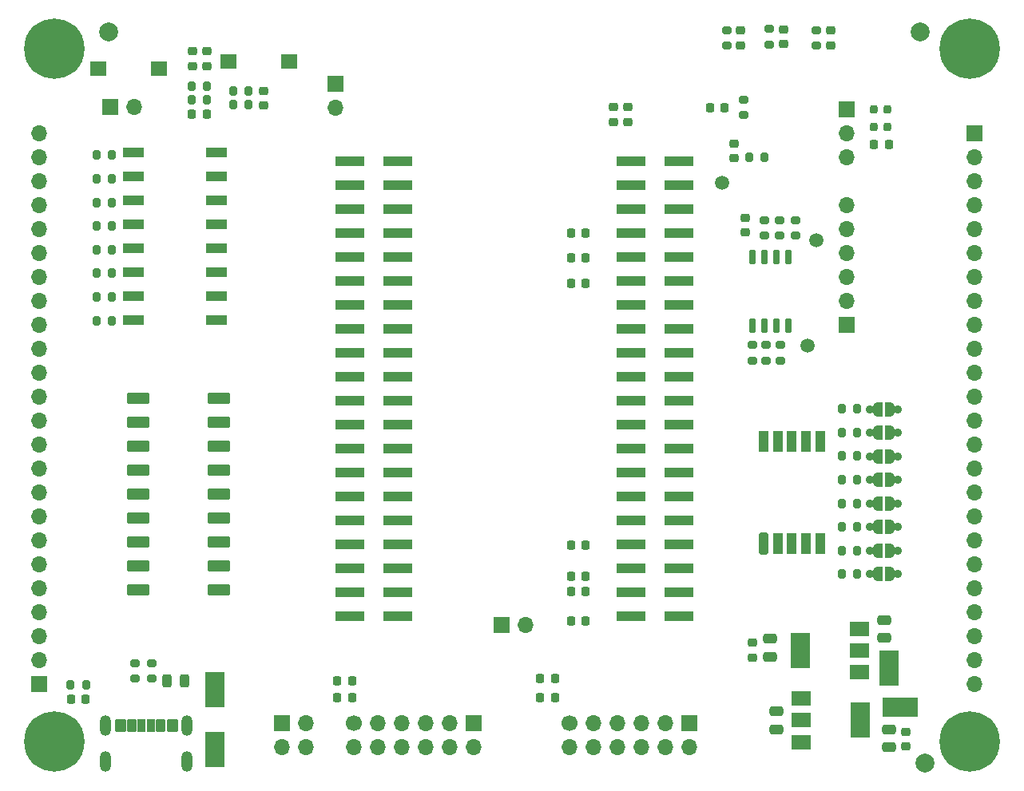
<source format=gbr>
G04 #@! TF.GenerationSoftware,KiCad,Pcbnew,7.0.9-7.0.9~ubuntu22.04.1*
G04 #@! TF.CreationDate,2023-12-06T12:24:42-05:00*
G04 #@! TF.ProjectId,mpw-mb1,6d70772d-6d62-4312-9e6b-696361645f70,2.2.5*
G04 #@! TF.SameCoordinates,PX35e1f20PY8044ea0*
G04 #@! TF.FileFunction,Soldermask,Top*
G04 #@! TF.FilePolarity,Negative*
%FSLAX46Y46*%
G04 Gerber Fmt 4.6, Leading zero omitted, Abs format (unit mm)*
G04 Created by KiCad (PCBNEW 7.0.9-7.0.9~ubuntu22.04.1) date 2023-12-06 12:24:42*
%MOMM*%
%LPD*%
G01*
G04 APERTURE LIST*
G04 Aperture macros list*
%AMRoundRect*
0 Rectangle with rounded corners*
0 $1 Rounding radius*
0 $2 $3 $4 $5 $6 $7 $8 $9 X,Y pos of 4 corners*
0 Add a 4 corners polygon primitive as box body*
4,1,4,$2,$3,$4,$5,$6,$7,$8,$9,$2,$3,0*
0 Add four circle primitives for the rounded corners*
1,1,$1+$1,$2,$3*
1,1,$1+$1,$4,$5*
1,1,$1+$1,$6,$7*
1,1,$1+$1,$8,$9*
0 Add four rect primitives between the rounded corners*
20,1,$1+$1,$2,$3,$4,$5,0*
20,1,$1+$1,$4,$5,$6,$7,0*
20,1,$1+$1,$6,$7,$8,$9,0*
20,1,$1+$1,$8,$9,$2,$3,0*%
%AMFreePoly0*
4,1,19,0.500000,-0.750000,0.000000,-0.750000,0.000000,-0.744911,-0.071157,-0.744911,-0.207708,-0.704816,-0.327430,-0.627875,-0.420627,-0.520320,-0.479746,-0.390866,-0.500000,-0.250000,-0.500000,0.250000,-0.479746,0.390866,-0.420627,0.520320,-0.327430,0.627875,-0.207708,0.704816,-0.071157,0.744911,0.000000,0.744911,0.000000,0.750000,0.500000,0.750000,0.500000,-0.750000,0.500000,-0.750000,
$1*%
%AMFreePoly1*
4,1,19,0.000000,0.744911,0.071157,0.744911,0.207708,0.704816,0.327430,0.627875,0.420627,0.520320,0.479746,0.390866,0.500000,0.250000,0.500000,-0.250000,0.479746,-0.390866,0.420627,-0.520320,0.327430,-0.627875,0.207708,-0.704816,0.071157,-0.744911,0.000000,-0.744911,0.000000,-0.750000,-0.500000,-0.750000,-0.500000,0.750000,0.000000,0.750000,0.000000,0.744911,0.000000,0.744911,
$1*%
G04 Aperture macros list end*
%ADD10R,2.200000X1.100000*%
%ADD11RoundRect,0.113000X1.107000X0.452000X-1.107000X0.452000X-1.107000X-0.452000X1.107000X-0.452000X0*%
%ADD12C,0.900000*%
%ADD13FreePoly0,180.000000*%
%ADD14FreePoly1,180.000000*%
%ADD15RoundRect,0.200000X-0.275000X0.200000X-0.275000X-0.200000X0.275000X-0.200000X0.275000X0.200000X0*%
%ADD16RoundRect,0.225000X0.250000X-0.225000X0.250000X0.225000X-0.250000X0.225000X-0.250000X-0.225000X0*%
%ADD17RoundRect,0.200000X0.275000X-0.200000X0.275000X0.200000X-0.275000X0.200000X-0.275000X-0.200000X0*%
%ADD18R,1.700000X1.700000*%
%ADD19O,1.700000X1.700000*%
%ADD20RoundRect,0.225000X-0.225000X-0.250000X0.225000X-0.250000X0.225000X0.250000X-0.225000X0.250000X0*%
%ADD21C,6.400000*%
%ADD22C,2.000000*%
%ADD23RoundRect,0.250000X0.475000X-0.250000X0.475000X0.250000X-0.475000X0.250000X-0.475000X-0.250000X0*%
%ADD24RoundRect,0.200000X-0.200000X-0.275000X0.200000X-0.275000X0.200000X0.275000X-0.200000X0.275000X0*%
%ADD25RoundRect,0.250000X-0.475000X0.250000X-0.475000X-0.250000X0.475000X-0.250000X0.475000X0.250000X0*%
%ADD26RoundRect,0.150000X0.150000X-0.650000X0.150000X0.650000X-0.150000X0.650000X-0.150000X-0.650000X0*%
%ADD27RoundRect,0.225000X0.225000X0.250000X-0.225000X0.250000X-0.225000X-0.250000X0.225000X-0.250000X0*%
%ADD28RoundRect,0.200000X0.200000X0.275000X-0.200000X0.275000X-0.200000X-0.275000X0.200000X-0.275000X0*%
%ADD29RoundRect,0.225000X-0.250000X0.225000X-0.250000X-0.225000X0.250000X-0.225000X0.250000X0.225000X0*%
%ADD30RoundRect,0.102000X-0.750000X-0.700000X0.750000X-0.700000X0.750000X0.700000X-0.750000X0.700000X0*%
%ADD31R,3.800000X2.000000*%
%ADD32C,1.700000*%
%ADD33RoundRect,0.200000X0.300000X-0.950000X0.300000X0.950000X-0.300000X0.950000X-0.300000X-0.950000X0*%
%ADD34R,1.000000X2.300000*%
%ADD35R,2.000000X3.800000*%
%ADD36RoundRect,0.243750X-0.243750X-0.456250X0.243750X-0.456250X0.243750X0.456250X-0.243750X0.456250X0*%
%ADD37RoundRect,0.200000X0.200000X0.250000X-0.200000X0.250000X-0.200000X-0.250000X0.200000X-0.250000X0*%
%ADD38R,2.000000X1.500000*%
%ADD39C,1.500000*%
%ADD40R,3.150000X1.000000*%
%ADD41RoundRect,0.218750X0.256250X-0.218750X0.256250X0.218750X-0.256250X0.218750X-0.256250X-0.218750X0*%
%ADD42RoundRect,0.102000X0.350000X-0.575000X0.350000X0.575000X-0.350000X0.575000X-0.350000X-0.575000X0*%
%ADD43RoundRect,0.102000X0.400000X-0.575000X0.400000X0.575000X-0.400000X0.575000X-0.400000X-0.575000X0*%
%ADD44RoundRect,0.102000X0.450000X-0.575000X0.450000X0.575000X-0.450000X0.575000X-0.450000X-0.575000X0*%
%ADD45O,1.204000X2.204000*%
%ADD46RoundRect,0.218750X-0.218750X-0.256250X0.218750X-0.256250X0.218750X0.256250X-0.218750X0.256250X0*%
G04 APERTURE END LIST*
D10*
G04 #@! TO.C,SW4*
X20900000Y66190000D03*
X20900000Y63650000D03*
X20900000Y61110000D03*
X20900000Y58570000D03*
X20900000Y56030000D03*
X20900000Y53490000D03*
X20900000Y50950000D03*
X20900000Y48410000D03*
X12100000Y48410000D03*
X12100000Y50950000D03*
X12100000Y53490000D03*
X12100000Y56030000D03*
X12100000Y58570000D03*
X12100000Y61110000D03*
X12100000Y63650000D03*
X12100000Y66190000D03*
G04 #@! TD*
D11*
G04 #@! TO.C,SW2*
X21200000Y19840000D03*
X21200000Y22380000D03*
X21200000Y24920000D03*
X21200000Y27460000D03*
X21200000Y30000000D03*
X21200000Y32540000D03*
X21200000Y35080000D03*
X21200000Y37620000D03*
X21200000Y40160000D03*
X12600000Y40160000D03*
X12600000Y37620000D03*
X12600000Y35080000D03*
X12600000Y32540000D03*
X12600000Y30000000D03*
X12600000Y27460000D03*
X12600000Y24920000D03*
X12600000Y22380000D03*
X12600000Y19840000D03*
G04 #@! TD*
D12*
G04 #@! TO.C,JP7*
X93145000Y23988570D03*
D13*
X92295000Y23988570D03*
D14*
X90995000Y23988570D03*
D12*
X90145000Y23988570D03*
G04 #@! TD*
D15*
G04 #@! TO.C,R13*
X80600000Y59075000D03*
X80600000Y57425000D03*
G04 #@! TD*
D16*
G04 #@! TO.C,C19*
X62960000Y69475000D03*
X62960000Y71025000D03*
G04 #@! TD*
D17*
G04 #@! TO.C,R22*
X84485000Y77575000D03*
X84485000Y79225000D03*
G04 #@! TD*
D18*
G04 #@! TO.C,J4*
X9660000Y71100000D03*
D19*
X12200000Y71100000D03*
G04 #@! TD*
D20*
G04 #@! TO.C,C21*
X58475000Y55040000D03*
X60025000Y55040000D03*
G04 #@! TD*
D12*
G04 #@! TO.C,JP1*
X93145000Y38988570D03*
D13*
X92295000Y38988570D03*
D14*
X90995000Y38988570D03*
D12*
X90145000Y38988570D03*
G04 #@! TD*
D17*
G04 #@! TO.C,R14*
X14070000Y10425000D03*
X14070000Y12075000D03*
G04 #@! TD*
D21*
G04 #@! TO.C,MT3*
X3750000Y77250000D03*
G04 #@! TD*
D22*
G04 #@! TO.C,FID3*
X96000000Y1500000D03*
G04 #@! TD*
D23*
G04 #@! TO.C,C8*
X80300000Y5050000D03*
X80300000Y6950000D03*
G04 #@! TD*
D24*
G04 #@! TO.C,R5*
X8175000Y58430000D03*
X9825000Y58430000D03*
G04 #@! TD*
D25*
G04 #@! TO.C,C9*
X91700000Y16650000D03*
X91700000Y14750000D03*
G04 #@! TD*
D24*
G04 #@! TO.C,R10*
X22650000Y71287500D03*
X24300000Y71287500D03*
G04 #@! TD*
G04 #@! TO.C,R1*
X8175000Y48390000D03*
X9825000Y48390000D03*
G04 #@! TD*
D20*
G04 #@! TO.C,C22*
X58475000Y19640000D03*
X60025000Y19640000D03*
G04 #@! TD*
D17*
G04 #@! TO.C,R16*
X80700000Y44175000D03*
X80700000Y45825000D03*
G04 #@! TD*
G04 #@! TO.C,R25*
X74985000Y77575000D03*
X74985000Y79225000D03*
G04 #@! TD*
G04 #@! TO.C,R19*
X79200000Y44175000D03*
X79200000Y45825000D03*
G04 #@! TD*
D26*
G04 #@! TO.C,U1*
X77695000Y47900000D03*
X78965000Y47900000D03*
X80235000Y47900000D03*
X81505000Y47900000D03*
X81505000Y55100000D03*
X80235000Y55100000D03*
X78965000Y55100000D03*
X77695000Y55100000D03*
G04 #@! TD*
D24*
G04 #@! TO.C,R9*
X8175000Y65960000D03*
X9825000Y65960000D03*
G04 #@! TD*
D16*
G04 #@! TO.C,C14*
X19900000Y75400000D03*
X19900000Y76950000D03*
G04 #@! TD*
D27*
G04 #@! TO.C,C2*
X35275000Y8400000D03*
X33725000Y8400000D03*
G04 #@! TD*
D28*
G04 #@! TO.C,R28*
X88825000Y34017142D03*
X87175000Y34017142D03*
G04 #@! TD*
G04 #@! TO.C,R26*
X88825000Y39028570D03*
X87175000Y39028570D03*
G04 #@! TD*
D29*
G04 #@! TO.C,C27*
X75800000Y67175000D03*
X75800000Y65625000D03*
G04 #@! TD*
D12*
G04 #@! TO.C,JP3*
X93145000Y33988570D03*
D13*
X92295000Y33988570D03*
D14*
X90995000Y33988570D03*
D12*
X90145000Y33988570D03*
G04 #@! TD*
D24*
G04 #@! TO.C,R3*
X8175000Y53410000D03*
X9825000Y53410000D03*
G04 #@! TD*
D12*
G04 #@! TO.C,JP8*
X93145000Y21488570D03*
D13*
X92295000Y21488570D03*
D14*
X90995000Y21488570D03*
D12*
X90145000Y21488570D03*
G04 #@! TD*
D20*
G04 #@! TO.C,C7*
X18325000Y70300000D03*
X19875000Y70300000D03*
G04 #@! TD*
D15*
G04 #@! TO.C,R18*
X82300000Y59075000D03*
X82300000Y57425000D03*
G04 #@! TD*
D27*
G04 #@! TO.C,C16*
X60025000Y21250000D03*
X58475000Y21250000D03*
G04 #@! TD*
D30*
G04 #@! TO.C,SW3*
X8350000Y75100000D03*
X14850000Y75100000D03*
G04 #@! TD*
D15*
G04 #@! TO.C,R17*
X79000000Y59075000D03*
X79000000Y57425000D03*
G04 #@! TD*
D28*
G04 #@! TO.C,R21*
X19925000Y71800000D03*
X18275000Y71800000D03*
G04 #@! TD*
D27*
G04 #@! TO.C,C5*
X92175000Y67100000D03*
X90625000Y67100000D03*
G04 #@! TD*
D31*
G04 #@! TO.C,TP7*
X93400000Y7400000D03*
G04 #@! TD*
D18*
G04 #@! TO.C,J3*
X48200000Y5735000D03*
D19*
X45660000Y5735000D03*
X43120000Y5735000D03*
X40580000Y5735000D03*
X38040000Y5735000D03*
D32*
X35500000Y5735000D03*
D19*
X48200000Y3195000D03*
X45660000Y3195000D03*
X43120000Y3195000D03*
X40580000Y3195000D03*
X38040000Y3195000D03*
X35500000Y3195000D03*
G04 #@! TD*
D29*
G04 #@! TO.C,C6*
X77000000Y59295000D03*
X77000000Y57745000D03*
G04 #@! TD*
D18*
G04 #@! TO.C,J8*
X51125000Y16150000D03*
D19*
X53665000Y16150000D03*
G04 #@! TD*
D28*
G04 #@! TO.C,R7*
X24300000Y72787500D03*
X22650000Y72787500D03*
G04 #@! TD*
D16*
G04 #@! TO.C,C23*
X64500000Y69475000D03*
X64500000Y71025000D03*
G04 #@! TD*
D21*
G04 #@! TO.C,MT4*
X100750000Y77250000D03*
G04 #@! TD*
D23*
G04 #@! TO.C,C11*
X79600000Y12750000D03*
X79600000Y14650000D03*
G04 #@! TD*
D21*
G04 #@! TO.C,MT2*
X100750000Y3750000D03*
G04 #@! TD*
D20*
G04 #@! TO.C,C3*
X33725000Y10200000D03*
X35275000Y10200000D03*
G04 #@! TD*
D24*
G04 #@! TO.C,R20*
X18275000Y73300000D03*
X19925000Y73300000D03*
G04 #@! TD*
D18*
G04 #@! TO.C,J5*
X87700000Y70805000D03*
D19*
X87700000Y68265000D03*
X87700000Y65725000D03*
G04 #@! TD*
D17*
G04 #@! TO.C,R15*
X12250000Y10425000D03*
X12250000Y12075000D03*
G04 #@! TD*
D24*
G04 #@! TO.C,R2*
X8175000Y50900000D03*
X9825000Y50900000D03*
G04 #@! TD*
D15*
G04 #@! TO.C,R34*
X76750000Y71825000D03*
X76750000Y70175000D03*
G04 #@! TD*
D12*
G04 #@! TO.C,JP2*
X93145000Y36488570D03*
D13*
X92295000Y36488570D03*
D14*
X90995000Y36488570D03*
D12*
X90145000Y36488570D03*
G04 #@! TD*
D28*
G04 #@! TO.C,R32*
X88825000Y23994286D03*
X87175000Y23994286D03*
G04 #@! TD*
D33*
G04 #@! TO.C,U5*
X78905000Y24708570D03*
D34*
X80405000Y24708570D03*
X81905000Y24708570D03*
X83405000Y24708570D03*
X84905000Y24708570D03*
X84905000Y35608570D03*
X83405000Y35608570D03*
X81905000Y35608570D03*
X80405000Y35608570D03*
X78905000Y35608570D03*
G04 #@! TD*
D35*
G04 #@! TO.C,TP8*
X92200000Y11500000D03*
G04 #@! TD*
D28*
G04 #@! TO.C,R27*
X88825000Y36522856D03*
X87175000Y36522856D03*
G04 #@! TD*
G04 #@! TO.C,R31*
X88825000Y26500000D03*
X87175000Y26500000D03*
G04 #@! TD*
D20*
G04 #@! TO.C,C18*
X58475000Y57640000D03*
X60025000Y57640000D03*
G04 #@! TD*
D36*
G04 #@! TO.C,F1*
X15662500Y10200000D03*
X17537500Y10200000D03*
G04 #@! TD*
D29*
G04 #@! TO.C,C12*
X94000000Y4775000D03*
X94000000Y3225000D03*
G04 #@! TD*
D17*
G04 #@! TO.C,R12*
X77700000Y44175000D03*
X77700000Y45825000D03*
G04 #@! TD*
D20*
G04 #@! TO.C,C25*
X58475000Y16500000D03*
X60025000Y16500000D03*
G04 #@! TD*
G04 #@! TO.C,C17*
X58475000Y52340000D03*
X60025000Y52340000D03*
G04 #@! TD*
D37*
G04 #@! TO.C,X1*
X92025000Y68965000D03*
X92025000Y70815000D03*
X90575000Y70815000D03*
X90575000Y68965000D03*
G04 #@! TD*
D20*
G04 #@! TO.C,C26*
X55225000Y10400000D03*
X56775000Y10400000D03*
G04 #@! TD*
D28*
G04 #@! TO.C,R11*
X7075000Y9750000D03*
X5425000Y9750000D03*
G04 #@! TD*
D16*
G04 #@! TO.C,C15*
X18400000Y75400000D03*
X18400000Y76950000D03*
G04 #@! TD*
D38*
G04 #@! TO.C,U3*
X89100000Y11100000D03*
X89100000Y13400000D03*
D35*
X82800000Y13400000D03*
D38*
X89100000Y15700000D03*
G04 #@! TD*
D30*
G04 #@! TO.C,SW1*
X22150000Y75900000D03*
X28650000Y75900000D03*
G04 #@! TD*
D27*
G04 #@! TO.C,C4*
X7025000Y8250000D03*
X5475000Y8250000D03*
G04 #@! TD*
D22*
G04 #@! TO.C,FID2*
X95500000Y79000000D03*
G04 #@! TD*
D17*
G04 #@! TO.C,R23*
X79485000Y77675000D03*
X79485000Y79325000D03*
G04 #@! TD*
D12*
G04 #@! TO.C,JP5*
X93145000Y28988570D03*
D13*
X92295000Y28988570D03*
D14*
X90995000Y28988570D03*
D12*
X90145000Y28988570D03*
G04 #@! TD*
D38*
G04 #@! TO.C,U2*
X82850000Y8300000D03*
X82850000Y6000000D03*
D35*
X89150000Y6000000D03*
D38*
X82850000Y3700000D03*
G04 #@! TD*
D28*
G04 #@! TO.C,R29*
X88825000Y31511428D03*
X87175000Y31511428D03*
G04 #@! TD*
D22*
G04 #@! TO.C,FID1*
X9500000Y79000000D03*
G04 #@! TD*
D28*
G04 #@! TO.C,R33*
X88825000Y21488570D03*
X87175000Y21488570D03*
G04 #@! TD*
G04 #@! TO.C,R24*
X79025000Y65700000D03*
X77375000Y65700000D03*
G04 #@! TD*
D39*
G04 #@! TO.C,TP4*
X84500000Y56900000D03*
G04 #@! TD*
D24*
G04 #@! TO.C,R6*
X8175000Y60940000D03*
X9825000Y60940000D03*
G04 #@! TD*
D12*
G04 #@! TO.C,JP6*
X93145000Y26488570D03*
D13*
X92295000Y26488570D03*
D14*
X90995000Y26488570D03*
D12*
X90145000Y26488570D03*
G04 #@! TD*
D18*
G04 #@! TO.C,J1*
X87700000Y47960000D03*
D19*
X87700000Y50500000D03*
X87700000Y53040000D03*
X87700000Y55580000D03*
X87700000Y58120000D03*
X87700000Y60660000D03*
G04 #@! TD*
D39*
G04 #@! TO.C,TP3*
X83600000Y45770000D03*
G04 #@! TD*
D40*
G04 #@! TO.C,J7*
X69900000Y17020000D03*
X64850000Y17020000D03*
X69900000Y19560000D03*
X64850000Y19560000D03*
X69900000Y22100000D03*
X64850000Y22100000D03*
X69900000Y24640000D03*
X64850000Y24640000D03*
X69900000Y27180000D03*
X64850000Y27180000D03*
X69900000Y29720000D03*
X64850000Y29720000D03*
X69900000Y32260000D03*
X64850000Y32260000D03*
X69900000Y34800000D03*
X64850000Y34800000D03*
X69900000Y37340000D03*
X64850000Y37340000D03*
X69900000Y39880000D03*
X64850000Y39880000D03*
X69900000Y42420000D03*
X64850000Y42420000D03*
X69900000Y44960000D03*
X64850000Y44960000D03*
X69900000Y47500000D03*
X64850000Y47500000D03*
X69900000Y50040000D03*
X64850000Y50040000D03*
X69900000Y52580000D03*
X64850000Y52580000D03*
X69900000Y55120000D03*
X64850000Y55120000D03*
X69900000Y57660000D03*
X64850000Y57660000D03*
X69900000Y60200000D03*
X64850000Y60200000D03*
X69900000Y62740000D03*
X64850000Y62740000D03*
X69900000Y65280000D03*
X64850000Y65280000D03*
X40100000Y17020000D03*
X35050000Y17020000D03*
X40100000Y19560000D03*
X35050000Y19560000D03*
X40100000Y22100000D03*
X35050000Y22100000D03*
X40100000Y24640000D03*
X35050000Y24640000D03*
X40100000Y27180000D03*
X35050000Y27180000D03*
X40100000Y29720000D03*
X35050000Y29720000D03*
X40100000Y32260000D03*
X35050000Y32260000D03*
X40100000Y34800000D03*
X35050000Y34800000D03*
X40100000Y37340000D03*
X35050000Y37340000D03*
X40100000Y39880000D03*
X35050000Y39880000D03*
X40100000Y42420000D03*
X35050000Y42420000D03*
X40100000Y44960000D03*
X35050000Y44960000D03*
X40100000Y47500000D03*
X35050000Y47500000D03*
X40100000Y50040000D03*
X35050000Y50040000D03*
X40100000Y52580000D03*
X35050000Y52580000D03*
X40100000Y55120000D03*
X35050000Y55120000D03*
X40100000Y57660000D03*
X35050000Y57660000D03*
X40100000Y60200000D03*
X35050000Y60200000D03*
X40100000Y62740000D03*
X35050000Y62740000D03*
X40100000Y65280000D03*
X35050000Y65280000D03*
G04 #@! TD*
D24*
G04 #@! TO.C,R8*
X8175000Y63450000D03*
X9825000Y63450000D03*
G04 #@! TD*
D41*
G04 #@! TO.C,D2*
X81000000Y77712500D03*
X81000000Y79287500D03*
G04 #@! TD*
D28*
G04 #@! TO.C,R30*
X88825000Y29005714D03*
X87175000Y29005714D03*
G04 #@! TD*
D16*
G04 #@! TO.C,C13*
X77700000Y12675000D03*
X77700000Y14225000D03*
G04 #@! TD*
D42*
G04 #@! TO.C,J6*
X12980000Y5405000D03*
D43*
X15000000Y5405000D03*
D44*
X16230000Y5405000D03*
D42*
X13980000Y5405000D03*
D43*
X11960000Y5405000D03*
D44*
X10730000Y5405000D03*
D45*
X9160000Y5400000D03*
X17800000Y5400000D03*
X9160000Y1600000D03*
X17800000Y1600000D03*
G04 #@! TD*
D18*
G04 #@! TO.C,J9*
X71060000Y5735000D03*
D19*
X68520000Y5735000D03*
X65980000Y5735000D03*
X63440000Y5735000D03*
X60900000Y5735000D03*
D32*
X58360000Y5735000D03*
D19*
X71060000Y3195000D03*
X68520000Y3195000D03*
X65980000Y3195000D03*
X63440000Y3195000D03*
X60900000Y3195000D03*
X58360000Y3195000D03*
G04 #@! TD*
D12*
G04 #@! TO.C,JP4*
X93145000Y31488570D03*
D13*
X92295000Y31488570D03*
D14*
X90995000Y31488570D03*
D12*
X90145000Y31488570D03*
G04 #@! TD*
D35*
G04 #@! TO.C,TP5*
X20750000Y2900000D03*
G04 #@! TD*
D27*
G04 #@! TO.C,C24*
X56775000Y8400000D03*
X55225000Y8400000D03*
G04 #@! TD*
D41*
G04 #@! TO.C,D3*
X76485000Y77612500D03*
X76485000Y79187500D03*
G04 #@! TD*
D18*
G04 #@! TO.C,J12*
X33500000Y73500000D03*
D19*
X33500000Y70960000D03*
G04 #@! TD*
D41*
G04 #@! TO.C,D1*
X85985000Y77612500D03*
X85985000Y79187500D03*
G04 #@! TD*
D39*
G04 #@! TO.C,TP9*
X74500000Y63000000D03*
G04 #@! TD*
D25*
G04 #@! TO.C,C10*
X92200000Y5050000D03*
X92200000Y3150000D03*
G04 #@! TD*
D46*
G04 #@! TO.C,D4*
X73212500Y71000000D03*
X74787500Y71000000D03*
G04 #@! TD*
D21*
G04 #@! TO.C,MT1*
X3750000Y3750000D03*
G04 #@! TD*
D24*
G04 #@! TO.C,R4*
X8175000Y55920000D03*
X9825000Y55920000D03*
G04 #@! TD*
D29*
G04 #@! TO.C,C1*
X25875000Y72762500D03*
X25875000Y71212500D03*
G04 #@! TD*
D35*
G04 #@! TO.C,TP6*
X20750000Y9250000D03*
G04 #@! TD*
D18*
G04 #@! TO.C,J2*
X27875000Y5725000D03*
D19*
X30415000Y5725000D03*
X27875000Y3185000D03*
X30415000Y3185000D03*
G04 #@! TD*
D20*
G04 #@! TO.C,C20*
X58475000Y24540000D03*
X60025000Y24540000D03*
G04 #@! TD*
D18*
G04 #@! TO.C,J10*
X2100000Y9830000D03*
D19*
X2100000Y12370000D03*
X2100000Y14910000D03*
X2100000Y17450000D03*
X2100000Y19990000D03*
X2100000Y22530000D03*
X2100000Y25070000D03*
X2100000Y27610000D03*
X2100000Y30150000D03*
X2100000Y32690000D03*
X2100000Y35230000D03*
X2100000Y37770000D03*
X2100000Y40310000D03*
X2100000Y42850000D03*
X2100000Y45390000D03*
X2100000Y47930000D03*
X2100000Y50470000D03*
X2100000Y53010000D03*
X2100000Y55550000D03*
X2100000Y58090000D03*
X2100000Y60630000D03*
X2100000Y63170000D03*
X2100000Y65710000D03*
X2100000Y68250000D03*
G04 #@! TD*
D18*
G04 #@! TO.C,J11*
X101300000Y68260000D03*
D19*
X101300000Y65720000D03*
X101300000Y63180000D03*
X101300000Y60640000D03*
X101300000Y58100000D03*
X101300000Y55560000D03*
X101300000Y53020000D03*
X101300000Y50480000D03*
X101300000Y47940000D03*
X101300000Y45400000D03*
X101300000Y42860000D03*
X101300000Y40320000D03*
X101300000Y37780000D03*
X101300000Y35240000D03*
X101300000Y32700000D03*
X101300000Y30160000D03*
X101300000Y27620000D03*
X101300000Y25080000D03*
X101300000Y22540000D03*
X101300000Y20000000D03*
X101300000Y17460000D03*
X101300000Y14920000D03*
X101300000Y12380000D03*
X101300000Y9840000D03*
G04 #@! TD*
M02*

</source>
